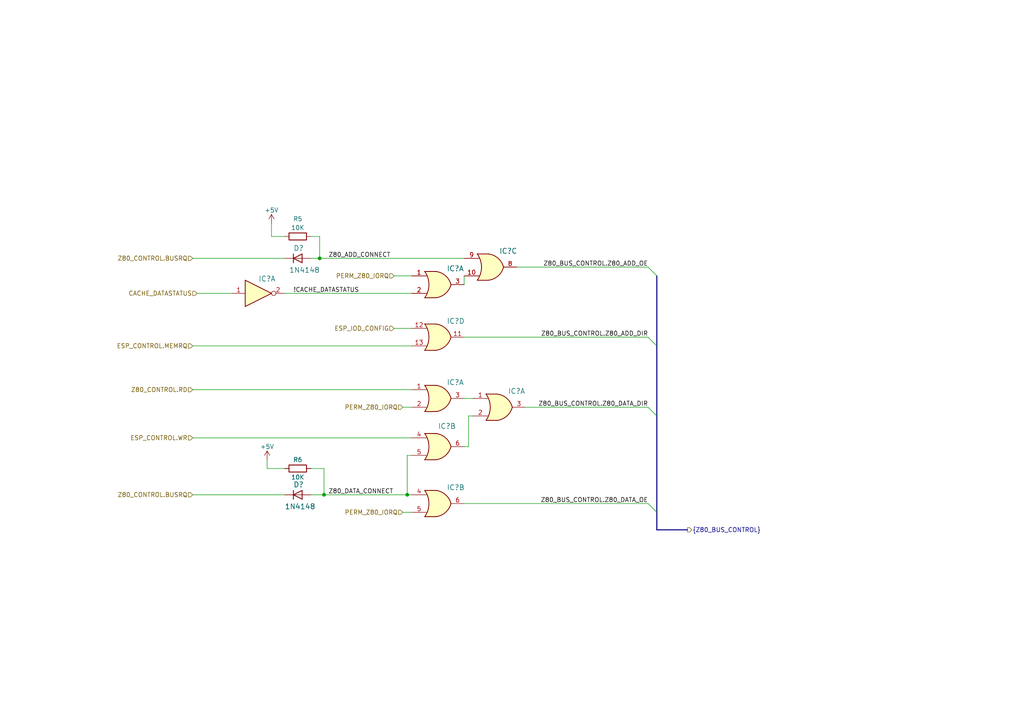
<source format=kicad_sch>
(kicad_sch (version 20230121) (generator eeschema)
  (paper "A4")
  (title_block (comment 1 "This control logic can be implmented in the Z80-BUS") (comment 2 "Logic for contolling the ZX Bus connections"))
  (lib_symbols
    (symbol "74xx:74HC04"
      (property "Reference" "U" (at 0 1.27 0))
      (property "Value" "74HC04" (at 0 -1.27 0))
      (symbol "74HC04_1_0"
        (polyline (pts (xy -3.81 3.81) (xy -3.81 -3.81) (xy 3.81 0) (xy -3.81 3.81)) (stroke (width 0.254)) (fill (type background)))
        (pin input line (at -7.62 0 0) (length 3.81) (name "~") (number "1"))
        (pin output inverted (at 7.62 0 180) (length 3.81) (name "~") (number "2"))
      )
      (symbol "74HC04_2_0"
        (polyline (pts (xy -3.81 3.81) (xy -3.81 -3.81) (xy 3.81 0) (xy -3.81 3.81)) (stroke (width 0.254)) (fill (type background)))
        (pin input line (at -7.62 0 0) (length 3.81) (name "~") (number "3"))
        (pin output inverted (at 7.62 0 180) (length 3.81) (name "~") (number "4"))
      )
      (symbol "74HC04_3_0"
        (polyline (pts (xy -3.81 3.81) (xy -3.81 -3.81) (xy 3.81 0) (xy -3.81 3.81)) (stroke (width 0.254)) (fill (type background)))
        (pin input line (at -7.62 0 0) (length 3.81) (name "~") (number "5"))
        (pin output inverted (at 7.62 0 180) (length 3.81) (name "~") (number "6"))
      )
      (symbol "74HC04_4_0"
        (polyline (pts (xy -3.81 3.81) (xy -3.81 -3.81) (xy 3.81 0) (xy -3.81 3.81)) (stroke (width 0.254)) (fill (type background)))
        (pin output inverted (at 7.62 0 180) (length 3.81) (name "~") (number "8"))
        (pin input line (at -7.62 0 0) (length 3.81) (name "~") (number "9"))
      )
      (symbol "74HC04_5_0"
        (polyline (pts (xy -3.81 3.81) (xy -3.81 -3.81) (xy 3.81 0) (xy -3.81 3.81)) (stroke (width 0.254)) (fill (type background)))
        (pin output inverted (at 7.62 0 180) (length 3.81) (name "~") (number "10"))
        (pin input line (at -7.62 0 0) (length 3.81) (name "~") (number "11"))
      )
      (symbol "74HC04_6_0"
        (polyline (pts (xy -3.81 3.81) (xy -3.81 -3.81) (xy 3.81 0) (xy -3.81 3.81)) (stroke (width 0.254)) (fill (type background)))
        (pin output inverted (at 7.62 0 180) (length 3.81) (name "~") (number "12"))
        (pin input line (at -7.62 0 0) (length 3.81) (name "~") (number "13"))
      )
      (symbol "74HC04_7_0"
        (pin power_in line (at 0 12.7 270) (length 5.08) (name "VCC") (number "14"))
        (pin power_in line (at 0 -12.7 90) (length 5.08) (name "GND") (number "7"))
      )
      (symbol "74HC04_7_1"
        (rectangle (start -5.08 7.62) (end 5.08 -7.62) (stroke (width 0.254)) (fill (type background)))
      )
    )
    (symbol "74xx:74LS32" (pin_names (offset 1.016))
      (property "Reference" "U" (at 0 1.27 0))
      (property "Value" "74LS32" (at 0 -1.27 0))
      (symbol "74LS32_1_1"
        (arc (start -3.81 -3.81) (mid -2.589 0) (end -3.81 3.81) (stroke (width 0.254)))
        (arc (start -0.6096 -3.81) (mid 2.1842 -2.5851) (end 3.81 0) (stroke (width 0.254)) (fill (type background)))
        (polyline (pts (xy -3.81 -3.81) (xy -0.635 -3.81)) (stroke (width 0.254)) (fill (type background)))
        (polyline (pts (xy -3.81 3.81) (xy -0.635 3.81)) (stroke (width 0.254)) (fill (type background)))
        (polyline (pts (xy -0.635 3.81) (xy -3.81 3.81) (xy -3.81 3.81) (xy -3.556 3.4036) (xy -3.0226 2.2606) (xy -2.6924 1.0414) (xy -2.6162 -0.254) (xy -2.7686 -1.4986) (xy -3.175 -2.7178) (xy -3.81 -3.81) (xy -3.81 -3.81) (xy -0.635 -3.81)) (stroke (width -25.4)) (fill (type background)))
        (arc (start 3.81 0) (mid 2.1915 2.5936) (end -0.6096 3.81) (stroke (width 0.254)) (fill (type background)))
        (pin input line (at -7.62 2.54 0) (length 4.318) (name "~") (number "1"))
        (pin input line (at -7.62 -2.54 0) (length 4.318) (name "~") (number "2"))
        (pin output line (at 7.62 0 180) (length 3.81) (name "~") (number "3"))
      )
      (symbol "74LS32_1_2"
        (arc (start 0 -3.81) (mid 3.7934 0) (end 0 3.81) (stroke (width 0.254)) (fill (type background)))
        (polyline (pts (xy 0 3.81) (xy -3.81 3.81) (xy -3.81 -3.81) (xy 0 -3.81)) (stroke (width 0.254)) (fill (type background)))
        (pin input inverted (at -7.62 2.54 0) (length 3.81) (name "~") (number "1"))
        (pin input inverted (at -7.62 -2.54 0) (length 3.81) (name "~") (number "2"))
        (pin output inverted (at 7.62 0 180) (length 3.81) (name "~") (number "3"))
      )
      (symbol "74LS32_2_1"
        (arc (start -3.81 -3.81) (mid -2.589 0) (end -3.81 3.81) (stroke (width 0.254)))
        (arc (start -0.6096 -3.81) (mid 2.1842 -2.5851) (end 3.81 0) (stroke (width 0.254)) (fill (type background)))
        (polyline (pts (xy -3.81 -3.81) (xy -0.635 -3.81)) (stroke (width 0.254)) (fill (type background)))
        (polyline (pts (xy -3.81 3.81) (xy -0.635 3.81)) (stroke (width 0.254)) (fill (type background)))
        (polyline (pts (xy -0.635 3.81) (xy -3.81 3.81) (xy -3.81 3.81) (xy -3.556 3.4036) (xy -3.0226 2.2606) (xy -2.6924 1.0414) (xy -2.6162 -0.254) (xy -2.7686 -1.4986) (xy -3.175 -2.7178) (xy -3.81 -3.81) (xy -3.81 -3.81) (xy -0.635 -3.81)) (stroke (width -25.4)) (fill (type background)))
        (arc (start 3.81 0) (mid 2.1915 2.5936) (end -0.6096 3.81) (stroke (width 0.254)) (fill (type background)))
        (pin input line (at -7.62 2.54 0) (length 4.318) (name "~") (number "4"))
        (pin input line (at -7.62 -2.54 0) (length 4.318) (name "~") (number "5"))
        (pin output line (at 7.62 0 180) (length 3.81) (name "~") (number "6"))
      )
      (symbol "74LS32_2_2"
        (arc (start 0 -3.81) (mid 3.7934 0) (end 0 3.81) (stroke (width 0.254)) (fill (type background)))
        (polyline (pts (xy 0 3.81) (xy -3.81 3.81) (xy -3.81 -3.81) (xy 0 -3.81)) (stroke (width 0.254)) (fill (type background)))
        (pin input inverted (at -7.62 2.54 0) (length 3.81) (name "~") (number "4"))
        (pin input inverted (at -7.62 -2.54 0) (length 3.81) (name "~") (number "5"))
        (pin output inverted (at 7.62 0 180) (length 3.81) (name "~") (number "6"))
      )
      (symbol "74LS32_3_1"
        (arc (start -3.81 -3.81) (mid -2.589 0) (end -3.81 3.81) (stroke (width 0.254)))
        (arc (start -0.6096 -3.81) (mid 2.1842 -2.5851) (end 3.81 0) (stroke (width 0.254)) (fill (type background)))
        (polyline (pts (xy -3.81 -3.81) (xy -0.635 -3.81)) (stroke (width 0.254)) (fill (type background)))
        (polyline (pts (xy -3.81 3.81) (xy -0.635 3.81)) (stroke (width 0.254)) (fill (type background)))
        (polyline (pts (xy -0.635 3.81) (xy -3.81 3.81) (xy -3.81 3.81) (xy -3.556 3.4036) (xy -3.0226 2.2606) (xy -2.6924 1.0414) (xy -2.6162 -0.254) (xy -2.7686 -1.4986) (xy -3.175 -2.7178) (xy -3.81 -3.81) (xy -3.81 -3.81) (xy -0.635 -3.81)) (stroke (width -25.4)) (fill (type background)))
        (arc (start 3.81 0) (mid 2.1915 2.5936) (end -0.6096 3.81) (stroke (width 0.254)) (fill (type background)))
        (pin input line (at -7.62 -2.54 0) (length 4.318) (name "~") (number "10"))
        (pin output line (at 7.62 0 180) (length 3.81) (name "~") (number "8"))
        (pin input line (at -7.62 2.54 0) (length 4.318) (name "~") (number "9"))
      )
      (symbol "74LS32_3_2"
        (arc (start 0 -3.81) (mid 3.7934 0) (end 0 3.81) (stroke (width 0.254)) (fill (type background)))
        (polyline (pts (xy 0 3.81) (xy -3.81 3.81) (xy -3.81 -3.81) (xy 0 -3.81)) (stroke (width 0.254)) (fill (type background)))
        (pin input inverted (at -7.62 -2.54 0) (length 3.81) (name "~") (number "10"))
        (pin output inverted (at 7.62 0 180) (length 3.81) (name "~") (number "8"))
        (pin input inverted (at -7.62 2.54 0) (length 3.81) (name "~") (number "9"))
      )
      (symbol "74LS32_4_1"
        (arc (start -3.81 -3.81) (mid -2.589 0) (end -3.81 3.81) (stroke (width 0.254)))
        (arc (start -0.6096 -3.81) (mid 2.1842 -2.5851) (end 3.81 0) (stroke (width 0.254)) (fill (type background)))
        (polyline (pts (xy -3.81 -3.81) (xy -0.635 -3.81)) (stroke (width 0.254)) (fill (type background)))
        (polyline (pts (xy -3.81 3.81) (xy -0.635 3.81)) (stroke (width 0.254)) (fill (type background)))
        (polyline (pts (xy -0.635 3.81) (xy -3.81 3.81) (xy -3.81 3.81) (xy -3.556 3.4036) (xy -3.0226 2.2606) (xy -2.6924 1.0414) (xy -2.6162 -0.254) (xy -2.7686 -1.4986) (xy -3.175 -2.7178) (xy -3.81 -3.81) (xy -3.81 -3.81) (xy -0.635 -3.81)) (stroke (width -25.4)) (fill (type background)))
        (arc (start 3.81 0) (mid 2.1915 2.5936) (end -0.6096 3.81) (stroke (width 0.254)) (fill (type background)))
        (pin output line (at 7.62 0 180) (length 3.81) (name "~") (number "11"))
        (pin input line (at -7.62 2.54 0) (length 4.318) (name "~") (number "12"))
        (pin input line (at -7.62 -2.54 0) (length 4.318) (name "~") (number "13"))
      )
      (symbol "74LS32_4_2"
        (arc (start 0 -3.81) (mid 3.7934 0) (end 0 3.81) (stroke (width 0.254)) (fill (type background)))
        (polyline (pts (xy 0 3.81) (xy -3.81 3.81) (xy -3.81 -3.81) (xy 0 -3.81)) (stroke (width 0.254)) (fill (type background)))
        (pin output inverted (at 7.62 0 180) (length 3.81) (name "~") (number "11"))
        (pin input inverted (at -7.62 2.54 0) (length 3.81) (name "~") (number "12"))
        (pin input inverted (at -7.62 -2.54 0) (length 3.81) (name "~") (number "13"))
      )
      (symbol "74LS32_5_0"
        (pin power_in line (at 0 12.7 270) (length 5.08) (name "VCC") (number "14"))
        (pin power_in line (at 0 -12.7 90) (length 5.08) (name "GND") (number "7"))
      )
      (symbol "74LS32_5_1"
        (rectangle (start -5.08 7.62) (end 5.08 -7.62) (stroke (width 0.254)) (fill (type background)))
      )
    )
    (symbol "Device:D" (pin_numbers hide) (pin_names (offset 1.016) hide)
      (property "Reference" "D" (at 0 2.54 0))
      (property "Value" "D" (at 0 -2.54 0))
      (symbol "D_0_1"
        (polyline (pts (xy -1.27 1.27) (xy -1.27 -1.27)) (stroke (width 0.254)))
        (polyline (pts (xy 1.27 0) (xy -1.27 0)))
        (polyline (pts (xy 1.27 1.27) (xy 1.27 -1.27) (xy -1.27 0) (xy 1.27 1.27)) (stroke (width 0.254)))
      )
      (symbol "D_1_1"
        (pin passive line (at -3.81 0 0) (length 2.54) (name "K") (number "1"))
        (pin passive line (at 3.81 0 180) (length 2.54) (name "A") (number "2"))
      )
    )
    (symbol "Device:R" (pin_numbers hide) (pin_names (offset 0))
      (property "Reference" "R" (at 2.032 0 90))
      (property "Value" "R" (at 0 0 90))
      (symbol "R_0_1"
        (rectangle (start -1.016 -2.54) (end 1.016 2.54) (stroke (width 0.254)))
      )
      (symbol "R_1_1"
        (pin passive line (at 0 3.81 270) (length 1.27) (name "~") (number "1"))
        (pin passive line (at 0 -3.81 90) (length 1.27) (name "~") (number "2"))
      )
    )
    (symbol "power:+5V" (power) (pin_names (offset 0))
      (property "Value" "+5V" (at 0 3.556 0))
      (symbol "+5V_0_1"
        (polyline (pts (xy -0.762 1.27) (xy 0 2.54)))
        (polyline (pts (xy 0 0) (xy 0 2.54)))
        (polyline (pts (xy 0 2.54) (xy 0.762 1.27)))
      )
      (symbol "+5V_1_1"
        (pin power_in line (at 0 0 90) (length 0) hide (name "+5V") (number "1"))
      )
    )
  )
  (junction (at 118.11 143.51))
  (junction (at 93.98 143.51))
  (junction (at 92.71 74.93))
  (bus_entry (at 187.96 118.11) (size 2.54 2.54))
  (bus_entry (at 187.96 146.05) (size 2.54 2.54))
  (bus_entry (at 187.96 77.47) (size 2.54 2.54))
  (bus_entry (at 187.96 97.79) (size 2.54 2.54))
  (wire (pts (xy 82.55 85.09) (xy 119.38 85.09)))
  (wire (pts (xy 187.96 118.11) (xy 152.4 118.11)))
  (wire (pts (xy 67.31 85.09) (xy 57.15 85.09)))
  (wire (pts (xy 90.17 135.89) (xy 93.98 135.89)))
  (bus (pts (xy 190.5 80.01) (xy 190.5 100.33)))
  (wire (pts (xy 119.38 80.01) (xy 114.3 80.01)))
  (wire (pts (xy 55.88 127) (xy 119.38 127)))
  (wire (pts (xy 90.17 143.51) (xy 93.98 143.51)))
  (wire (pts (xy 118.11 143.51) (xy 119.38 143.51)))
  (wire (pts (xy 77.47 135.89) (xy 77.47 133.35)))
  (wire (pts (xy 114.3 95.25) (xy 119.38 95.25)))
  (wire (pts (xy 134.62 97.79) (xy 187.96 97.79)))
  (wire (pts (xy 118.11 132.08) (xy 118.11 143.51)))
  (bus (pts (xy 190.5 148.59) (xy 190.5 153.67)))
  (wire (pts (xy 135.89 129.54) (xy 135.89 120.65)))
  (wire (pts (xy 134.62 146.05) (xy 187.96 146.05)))
  (wire (pts (xy 92.71 74.93) (xy 134.62 74.93)))
  (wire (pts (xy 149.86 77.47) (xy 187.96 77.47)))
  (wire (pts (xy 118.11 132.08) (xy 119.38 132.08)))
  (wire (pts (xy 134.62 129.54) (xy 135.89 129.54)))
  (wire (pts (xy 134.62 82.55) (xy 134.62 80.01)))
  (wire (pts (xy 55.88 143.51) (xy 82.55 143.51)))
  (wire (pts (xy 92.71 68.58) (xy 90.17 68.58)))
  (wire (pts (xy 93.98 135.89) (xy 93.98 143.51)))
  (wire (pts (xy 90.17 74.93) (xy 92.71 74.93)))
  (wire (pts (xy 116.84 118.11) (xy 119.38 118.11)))
  (wire (pts (xy 134.62 115.57) (xy 137.16 115.57)))
  (wire (pts (xy 116.84 148.59) (xy 119.38 148.59)))
  (bus (pts (xy 190.5 100.33) (xy 190.5 120.65)))
  (wire (pts (xy 78.74 68.58) (xy 82.55 68.58)))
  (wire (pts (xy 92.71 68.58) (xy 92.71 74.93)))
  (wire (pts (xy 78.74 68.58) (xy 78.74 64.77)))
  (bus (pts (xy 190.5 120.65) (xy 190.5 148.59)))
  (wire (pts (xy 77.47 135.89) (xy 82.55 135.89)))
  (wire (pts (xy 55.88 113.03) (xy 119.38 113.03)))
  (wire (pts (xy 55.88 100.33) (xy 119.38 100.33)))
  (wire (pts (xy 93.98 143.51) (xy 118.11 143.51)))
  (wire (pts (xy 55.88 74.93) (xy 82.55 74.93)))
  (bus (pts (xy 190.5 153.67) (xy 199.39 153.67)))
  (wire (pts (xy 135.89 120.65) (xy 137.16 120.65)))
  (label "Z80_BUS_CONTROL.Z80_ADD_DIR" (at 187.96 97.79 180))
  (label "!CACHE_DATASTATUS" (at 85.09 85.09 0))
  (label "Z80_BUS_CONTROL.Z80_DATA_DIR" (at 187.96 118.11 180))
  (label "Z80_BUS_CONTROL.Z80_DATA_OE" (at 187.96 146.05 180))
  (label "Z80_ADD_CONNECT" (at 95.25 74.93 0))
  (label "Z80_BUS_CONTROL.Z80_ADD_OE" (at 187.96 77.47 180))
  (label "Z80_DATA_CONNECT" (at 95.25 143.51 0))
  (hierarchical_label "PERM_Z80_IORQ" (shape input) (at 116.84 118.11 180))
  (hierarchical_label "PERM_Z80_IORQ" (shape input) (at 114.3 80.01 180))
  (hierarchical_label "Z80_CONTROL.BUSRQ" (shape input) (at 55.88 74.93 180))
  (hierarchical_label "{Z80_BUS_CONTROL}" (shape output) (at 199.39 153.67 0))
  (hierarchical_label "ESP_CONTROL.MEMRQ" (shape input) (at 55.88 100.33 180))
  (hierarchical_label "PERM_Z80_IORQ" (shape input) (at 116.84 148.59 180))
  (hierarchical_label "Z80_CONTROL.BUSRQ" (shape input) (at 55.88 143.51 180))
  (hierarchical_label "Z80_CONTROL.RD" (shape input) (at 55.88 113.03 180))
  (hierarchical_label "ESP_IOD_CONFIG" (shape input) (at 114.3 95.25 180))
  (hierarchical_label "CACHE_DATASTATUS" (shape input) (at 57.15 85.09 180))
  (hierarchical_label "ESP_CONTROL.WR" (shape input) (at 55.88 127 180))
  (symbol (lib_id "74xx:74LS32") (at 127 129.54 0) (unit 2)
    (property "Reference" "IC?" (at 127 124.46 0) (effects (font (size 1.4986 1.4986)) (justify left bottom)))
    (property "Value" "74HC32N" (effects hide))
    (property "Footprint" "Package_DIP:DIP-14_W7.62mm_Socket" (effects hide))
    (property "Datasheet" "http://www.ti.com/lit/gpn/sn74LS32" (effects hide))
    (instances (project "ZXspectrum_Concept_v2.kicad_pro" (path "" (reference "IC?") (unit 2)) (path "" (reference "IC5") (unit 2))) (project "GLUE_ZXspectrum" (path "" (reference "IC?") (unit 3))) (project "Logic_core" (path "" (reference "IC?") (unit 3))))
  )
  (symbol (lib_id "power:+5V") (at 77.47 133.35 0) (unit 1)
    (property "Reference" "#PWR0106" (effects hide))
    (property "Value" "+5V" (at 77.47 129.54 0))
    (instances (project "ZXspectrum_Concept_v2.kicad_pro" (path "" (reference "#PWR0106") (unit 1))) (project "GLUE_ZXspectrum" (path "" (reference "#PWR?") (unit 1))))
  )
  (symbol (lib_id "74xx:74LS32") (at 127 115.57 0) (unit 1)
    (property "Reference" "IC?" (at 129.54 111.76 0) (effects (font (size 1.4986 1.4986)) (justify left bottom)))
    (property "Value" "74HC32N" (effects hide))
    (property "Footprint" "Package_DIP:DIP-14_W7.62mm_Socket" (effects hide))
    (property "Datasheet" "http://www.ti.com/lit/gpn/sn74LS32" (effects hide))
    (instances (project "ZXspectrum_Concept_v2.kicad_pro" (path "" (reference "IC?") (unit 1)) (path "" (reference "IC9") (unit 1))) (project "GLUE_ZXspectrum" (path "" (reference "IC?") (unit 2))) (project "Logic_core" (path "" (reference "IC?") (unit 2))))
  )
  (symbol (lib_id "74xx:74LS32") (at 127 82.55 0) (unit 1)
    (property "Reference" "IC?" (at 129.54 78.74 0) (effects (font (size 1.4986 1.4986)) (justify left bottom)))
    (property "Value" "74HC32N" (effects hide))
    (property "Footprint" "Package_DIP:DIP-14_W7.62mm_Socket" (effects hide))
    (property "Datasheet" "http://www.ti.com/lit/gpn/sn74LS32" (effects hide))
    (instances (project "ZXspectrum_Concept_v2.kicad_pro" (path "" (reference "IC?") (unit 1)) (path "" (reference "IC7") (unit 1))) (project "GLUE_ZXspectrum" (path "" (reference "IC?") (unit 1))) (project "Logic_core" (path "" (reference "IC?") (unit 1))))
  )
  (symbol (lib_id "74xx:74HC04") (at 74.93 85.09 0) (mirror x) (unit 1)
    (property "Reference" "IC?" (at 74.93 80.01 0) (effects (font (size 1.4986 1.4986)) (justify left bottom)))
    (property "Value" "7404N" (effects hide))
    (property "Footprint" "Package_DIP:DIP-14_W7.62mm_Socket" (effects hide))
    (property "Datasheet" "https://assets.nexperia.com/documents/data-sheet/74HC_HCT04.pdf" (effects hide))
    (instances (project "ZXspectrum_Concept_v2.kicad_pro" (path "" (reference "IC?") (unit 1)) (path "" (reference "IC1") (unit 5))) (project "GLUE_ZXspectrum" (path "" (reference "IC?") (unit 1)) (path "" (reference "IC?") (unit 1))))
  )
  (symbol (lib_id "Device:D") (at 86.36 74.93 0) (mirror x) (unit 1)
    (property "Reference" "D?" (at 85.09 71.12 0) (effects (font (size 1.4986 1.4986)) (justify left bottom)))
    (property "Value" "1N4148" (at 83.82 77.47 0) (effects (font (size 1.4986 1.4986)) (justify left bottom)))
    (property "Footprint" "Diode_THT:D_T-1_P5.08mm_Horizontal" (effects hide))
    (instances (project "ZXspectrum_Concept_v2.kicad_pro" (path "" (reference "D?") (unit 1)) (path "" (reference "D7") (unit 1))) (project "GLUE_ZXspectrum" (path "" (reference "D?") (unit 1))))
  )
  (symbol (lib_id "74xx:74LS32") (at 127 146.05 0) (unit 2)
    (property "Reference" "IC?" (at 129.54 142.24 0) (effects (font (size 1.4986 1.4986)) (justify left bottom)))
    (property "Value" "74HC32N" (effects hide))
    (property "Footprint" "Package_DIP:DIP-14_W7.62mm_Socket" (effects hide))
    (property "Datasheet" "http://www.ti.com/lit/gpn/sn74LS32" (effects hide))
    (instances (project "ZXspectrum_Concept_v2.kicad_pro" (path "" (reference "IC?") (unit 2)) (path "" (reference "IC7") (unit 2))) (project "GLUE_ZXspectrum" (path "" (reference "IC?") (unit 4))) (project "Logic_core" (path "" (reference "IC?") (unit 4))))
  )
  (symbol (lib_id "Device:R") (at 86.36 135.89 90) (unit 1)
    (property "Reference" "R6" (at 86.36 133.35 90))
    (property "Value" "10K" (at 86.36 138.43 90))
    (property "Footprint" "Resistor_THT:R_Axial_DIN0207_L6.3mm_D2.5mm_P10.16mm_Horizontal" (effects hide))
    (instances (project "ZXspectrum_Concept_v2.kicad_pro" (path "" (reference "R6") (unit 1))) (project "GLUE_ZXspectrum" (path "" (reference "R?") (unit 1))))
  )
  (symbol (lib_id "74xx:74LS32") (at 144.78 118.11 0) (unit 1)
    (property "Reference" "IC?" (at 147.32 114.3 0) (effects (font (size 1.4986 1.4986)) (justify left bottom)))
    (property "Value" "74HC32N" (effects hide))
    (property "Footprint" "Package_DIP:DIP-14_W7.62mm_Socket" (effects hide))
    (property "Datasheet" "http://www.ti.com/lit/gpn/sn74LS32" (effects hide))
    (instances (project "ZXspectrum_Concept_v2.kicad_pro" (path "" (reference "IC?") (unit 1)) (path "" (reference "IC9") (unit 2))) (project "GLUE_ZXspectrum" (path "" (reference "IC?") (unit 3))) (project "Logic_core" (path "" (reference "IC?") (unit 3))))
  )
  (symbol (lib_id "Device:R") (at 86.36 68.58 270) (unit 1)
    (property "Reference" "R5" (at 86.36 63.5 90))
    (property "Value" "10K" (at 86.36 66.04 90))
    (property "Footprint" "Resistor_THT:R_Axial_DIN0207_L6.3mm_D2.5mm_P10.16mm_Horizontal" (effects hide))
    (instances (project "ZXspectrum_Concept_v2.kicad_pro" (path "" (reference "R5") (unit 1))) (project "GLUE_ZXspectrum" (path "" (reference "R?") (unit 1))))
  )
  (symbol (lib_id "74xx:74LS32") (at 142.24 77.47 0) (unit 3)
    (property "Reference" "IC?" (at 144.78 73.66 0) (effects (font (size 1.4986 1.4986)) (justify left bottom)))
    (property "Value" "74HC32N" (effects hide))
    (property "Footprint" "Package_DIP:DIP-14_W7.62mm_Socket" (effects hide))
    (property "Datasheet" "http://www.ti.com/lit/gpn/sn74LS32" (effects hide))
    (instances (project "ZXspectrum_Concept_v2.kicad_pro" (path "" (reference "IC?") (unit 3)) (path "" (reference "IC9") (unit 3))) (project "GLUE_ZXspectrum" (path "" (reference "IC?") (unit 1))) (project "Logic_core" (path "" (reference "IC?") (unit 1))))
  )
  (symbol (lib_id "74xx:74LS32") (at 127 97.79 0) (unit 4)
    (property "Reference" "IC?" (at 129.54 93.98 0) (effects (font (size 1.4986 1.4986)) (justify left bottom)))
    (property "Value" "74HC32N" (effects hide))
    (property "Footprint" "Package_DIP:DIP-14_W7.62mm_Socket" (effects hide))
    (property "Datasheet" "http://www.ti.com/lit/gpn/sn74LS32" (effects hide))
    (instances (project "ZXspectrum_Concept_v2.kicad_pro" (path "" (reference "IC?") (unit 4)) (path "" (reference "IC9") (unit 4))) (project "GLUE_ZXspectrum" (path "" (reference "IC?") (unit 2))) (project "Logic_core" (path "" (reference "IC?") (unit 2))))
  )
  (symbol (lib_id "Device:D") (at 86.36 143.51 0) (mirror x) (unit 1)
    (property "Reference" "D?" (at 85.09 139.7 0) (effects (font (size 1.4986 1.4986)) (justify left bottom)))
    (property "Value" "1N4148" (at 82.55 146.05 0) (effects (font (size 1.4986 1.4986)) (justify left bottom)))
    (property "Footprint" "Diode_THT:D_T-1_P5.08mm_Horizontal" (effects hide))
    (instances (project "ZXspectrum_Concept_v2.kicad_pro" (path "" (reference "D?") (unit 1)) (path "" (reference "D8") (unit 1))) (project "GLUE_ZXspectrum" (path "" (reference "D?") (unit 1))))
  )
  (symbol (lib_id "power:+5V") (at 78.74 64.77 0) (unit 1)
    (property "Reference" "#PWR0107" (effects hide))
    (property "Value" "+5V" (at 78.74 60.96 0))
    (instances (project "ZXspectrum_Concept_v2.kicad_pro" (path "" (reference "#PWR0107") (unit 1))) (project "GLUE_ZXspectrum" (path "" (reference "#PWR?") (unit 1))))
  )
)
</source>
